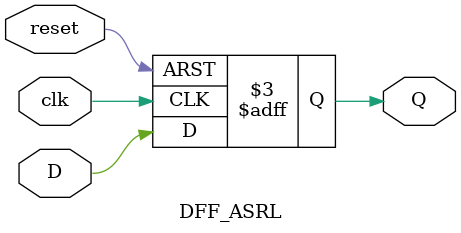
<source format=sv>
module DFF_ASRL(D,clk,reset,Q);
  input bit D;
  input bit clk;
  input bit reset;
  output bit Q;
  
  always @(posedge clk or posedge reset) 
begin
  if(reset==1'b1)
  Q <= 1'b0; 
 else 
  Q <= D; 
end 
endmodule

</source>
